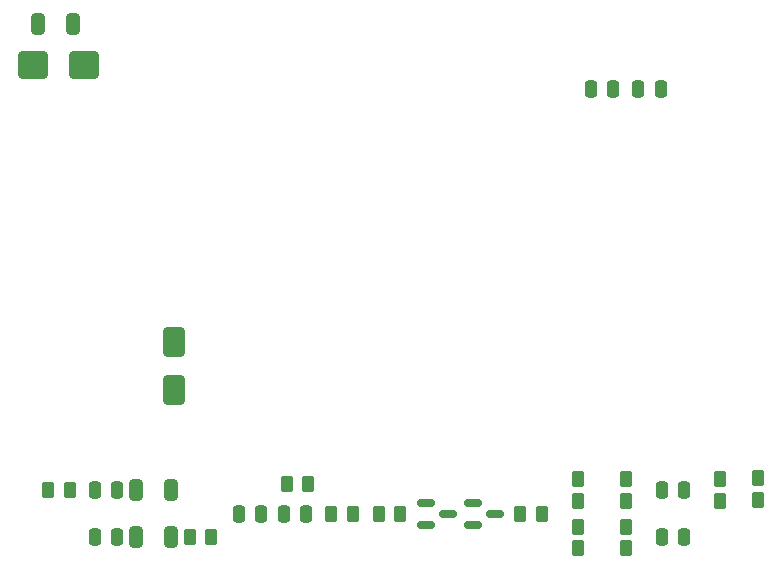
<source format=gbp>
%TF.GenerationSoftware,KiCad,Pcbnew,9.0.7*%
%TF.CreationDate,2026-02-04T17:23:19-06:00*%
%TF.ProjectId,power-hat,706f7765-722d-4686-9174-2e6b69636164,rev?*%
%TF.SameCoordinates,Original*%
%TF.FileFunction,Paste,Bot*%
%TF.FilePolarity,Positive*%
%FSLAX46Y46*%
G04 Gerber Fmt 4.6, Leading zero omitted, Abs format (unit mm)*
G04 Created by KiCad (PCBNEW 9.0.7) date 2026-02-04 17:23:19*
%MOMM*%
%LPD*%
G01*
G04 APERTURE LIST*
G04 Aperture macros list*
%AMRoundRect*
0 Rectangle with rounded corners*
0 $1 Rounding radius*
0 $2 $3 $4 $5 $6 $7 $8 $9 X,Y pos of 4 corners*
0 Add a 4 corners polygon primitive as box body*
4,1,4,$2,$3,$4,$5,$6,$7,$8,$9,$2,$3,0*
0 Add four circle primitives for the rounded corners*
1,1,$1+$1,$2,$3*
1,1,$1+$1,$4,$5*
1,1,$1+$1,$6,$7*
1,1,$1+$1,$8,$9*
0 Add four rect primitives between the rounded corners*
20,1,$1+$1,$2,$3,$4,$5,0*
20,1,$1+$1,$4,$5,$6,$7,0*
20,1,$1+$1,$6,$7,$8,$9,0*
20,1,$1+$1,$8,$9,$2,$3,0*%
G04 Aperture macros list end*
%ADD10RoundRect,0.250000X-0.650000X1.000000X-0.650000X-1.000000X0.650000X-1.000000X0.650000X1.000000X0*%
%ADD11RoundRect,0.250000X-0.262500X-0.450000X0.262500X-0.450000X0.262500X0.450000X-0.262500X0.450000X0*%
%ADD12RoundRect,0.250000X-0.250000X-0.475000X0.250000X-0.475000X0.250000X0.475000X-0.250000X0.475000X0*%
%ADD13RoundRect,0.250000X-0.325000X-0.650000X0.325000X-0.650000X0.325000X0.650000X-0.325000X0.650000X0*%
%ADD14RoundRect,0.250000X-1.000000X-0.900000X1.000000X-0.900000X1.000000X0.900000X-1.000000X0.900000X0*%
%ADD15RoundRect,0.150000X-0.587500X-0.150000X0.587500X-0.150000X0.587500X0.150000X-0.587500X0.150000X0*%
G04 APERTURE END LIST*
D10*
%TO.C,D2*%
X109500000Y-89500000D03*
X109500000Y-93500000D03*
%TD*%
D11*
%TO.C,R2*%
X147780000Y-106912500D03*
X147780000Y-105087500D03*
%TD*%
%TO.C,R3*%
X110867500Y-106000000D03*
X112692500Y-106000000D03*
%TD*%
D12*
%TO.C,C1*%
X102830000Y-106000000D03*
X104730000Y-106000000D03*
%TD*%
D13*
%TO.C,C9*%
X98000000Y-62500000D03*
X100950000Y-62500000D03*
%TD*%
D12*
%TO.C,C4*%
X148830000Y-68000000D03*
X150730000Y-68000000D03*
%TD*%
%TO.C,C_BOOT1*%
X102830000Y-102000000D03*
X104730000Y-102000000D03*
%TD*%
D11*
%TO.C,R1*%
X147780000Y-102912500D03*
X147780000Y-101087500D03*
%TD*%
D14*
%TO.C,D1*%
X97630000Y-66000000D03*
X101930000Y-66000000D03*
%TD*%
D11*
%TO.C,R5*%
X143780000Y-106912500D03*
X143780000Y-105087500D03*
%TD*%
D12*
%TO.C,C5*%
X150830000Y-102000000D03*
X152730000Y-102000000D03*
%TD*%
D13*
%TO.C,C2*%
X106305000Y-106000000D03*
X109255000Y-106000000D03*
%TD*%
D11*
%TO.C,R7*%
X159000000Y-102825000D03*
X159000000Y-101000000D03*
%TD*%
%TO.C,R9*%
X126867500Y-104000000D03*
X128692500Y-104000000D03*
%TD*%
D15*
%TO.C,Q3*%
X134842500Y-103050000D03*
X134842500Y-104950000D03*
X136717500Y-104000000D03*
%TD*%
D11*
%TO.C,R10*%
X138867500Y-104000000D03*
X140692500Y-104000000D03*
%TD*%
%TO.C,R_RT1*%
X98867500Y-102000000D03*
X100692500Y-102000000D03*
%TD*%
D12*
%TO.C,C3*%
X144830000Y-68000000D03*
X146730000Y-68000000D03*
%TD*%
D11*
%TO.C,R6*%
X155780000Y-102912500D03*
X155780000Y-101087500D03*
%TD*%
%TO.C,R4*%
X143780000Y-102912500D03*
X143780000Y-101087500D03*
%TD*%
D13*
%TO.C,C8*%
X106305000Y-102000000D03*
X109255000Y-102000000D03*
%TD*%
D15*
%TO.C,Q2*%
X130842500Y-103050000D03*
X130842500Y-104950000D03*
X132717500Y-104000000D03*
%TD*%
D12*
%TO.C,C6*%
X150830000Y-106000000D03*
X152730000Y-106000000D03*
%TD*%
%TO.C,C7*%
X115000000Y-104000000D03*
X116900000Y-104000000D03*
%TD*%
D11*
%TO.C,R8*%
X122867500Y-104000000D03*
X124692500Y-104000000D03*
%TD*%
D12*
%TO.C,C_COMP1*%
X118830000Y-104000000D03*
X120730000Y-104000000D03*
%TD*%
D11*
%TO.C,R_COMP1*%
X119087500Y-101500000D03*
X120912500Y-101500000D03*
%TD*%
M02*

</source>
